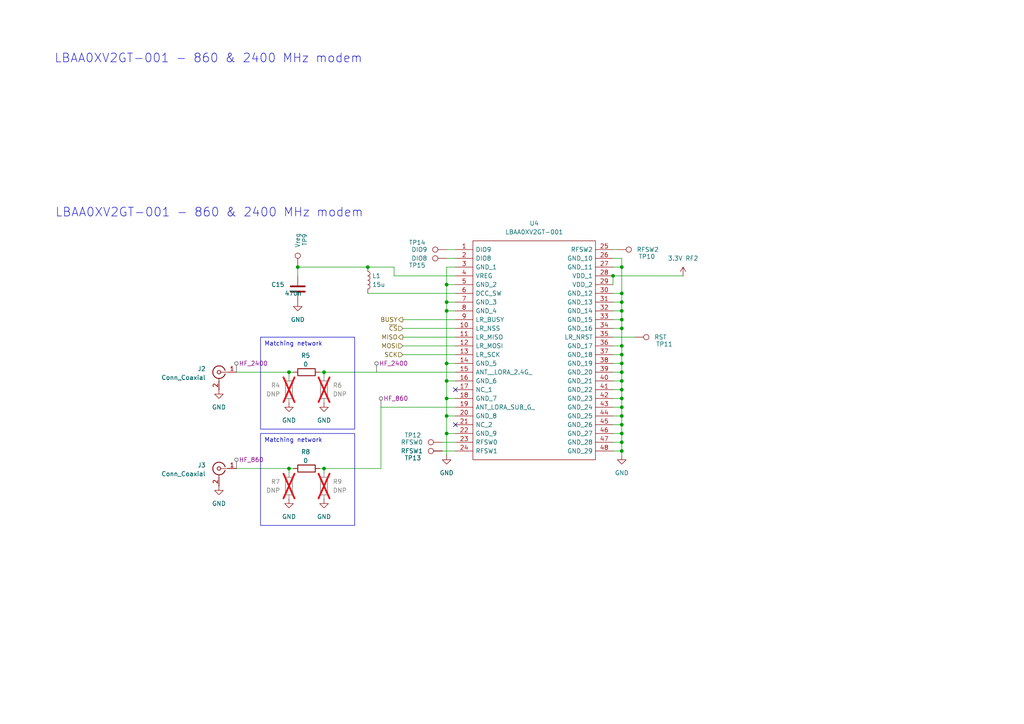
<source format=kicad_sch>
(kicad_sch (version 20250114) (generator "eeschema") (generator_version "9.0")
  (paper "A4")
  (title_block (title "3-band-LoRa testboard") (date "2025-30-03") (rev "1") (company "AAU-connectivity") (comment 1 "Malthe Sennels"))
  (lib_symbols
    (symbol "Connector:Conn_Coaxial" (pin_names (offset 1.016) (hide yes))
      (property "Reference" "J" (at 0.254 3.048 0))
      (property "Value" "Conn_Coaxial" (at 2.921 0 90))
      (symbol "Conn_Coaxial_0_1"
        (polyline (pts (xy -2.54 0) (xy -0.508 0)))
        (arc (start 1.778 0) (mid 0.222 -1.8079) (end -1.778 -0.508) (stroke (width 0.254)))
        (arc (start -1.778 0.508) (mid 0.2221 1.8084) (end 1.778 0) (stroke (width 0.254)))
        (circle (center 0 0) (radius 0.508) (stroke (width 0.2032)))
        (polyline (pts (xy 0 -2.54) (xy 0 -1.778)))
      )
      (symbol "Conn_Coaxial_1_1"
        (pin passive line (at -5.08 0 0) (length 2.54) (name "In") (number "1"))
        (pin passive line (at 0 -5.08 90) (length 2.54) (name "Ext") (number "2"))
      )
    )
    (symbol "Connector:TestPoint" (pin_numbers (hide yes)) (pin_names (offset 0.762) (hide yes))
      (property "Reference" "TP" (at 0 6.858 0))
      (property "Value" "TestPoint" (at 0 5.08 0))
      (symbol "TestPoint_0_1"
        (circle (center 0 3.302) (radius 0.762))
      )
      (symbol "TestPoint_1_1"
        (pin passive line (at 0 0 90) (length 2.54) (name "1") (number "1"))
      )
    )
    (symbol "Device:C" (pin_numbers (hide yes)) (pin_names (offset 0.254))
      (property "Reference" "C" (at 0.635 2.54 0))
      (property "Value" "C" (at 0.635 -2.54 0))
      (symbol "C_0_1"
        (polyline (pts (xy -2.032 0.762) (xy 2.032 0.762)) (stroke (width 0.508)))
        (polyline (pts (xy -2.032 -0.762) (xy 2.032 -0.762)) (stroke (width 0.508)))
      )
      (symbol "C_1_1"
        (pin passive line (at 0 3.81 270) (length 2.794) (name "~") (number "1"))
        (pin passive line (at 0 -3.81 90) (length 2.794) (name "~") (number "2"))
      )
    )
    (symbol "Device:L" (pin_numbers (hide yes)) (pin_names (offset 1.016) (hide yes))
      (property "Reference" "L" (at -1.27 0 90))
      (property "Value" "L" (at 1.905 0 90))
      (symbol "L_0_1"
        (arc (start 0 2.54) (mid 0.6323 1.905) (end 0 1.27))
        (arc (start 0 1.27) (mid 0.6323 0.635) (end 0 0))
        (arc (start 0 0) (mid 0.6323 -0.635) (end 0 -1.27))
        (arc (start 0 -1.27) (mid 0.6323 -1.905) (end 0 -2.54))
      )
      (symbol "L_1_1"
        (pin passive line (at 0 3.81 270) (length 1.27) (name "1") (number "1"))
        (pin passive line (at 0 -3.81 90) (length 1.27) (name "2") (number "2"))
      )
    )
    (symbol "Device:R" (pin_numbers (hide yes)) (pin_names (offset 0))
      (property "Reference" "R" (at 2.032 0 90))
      (property "Value" "R" (at 0 0 90))
      (symbol "R_0_1"
        (rectangle (start -1.016 -2.54) (end 1.016 2.54) (stroke (width 0.254)))
      )
      (symbol "R_1_1"
        (pin passive line (at 0 3.81 270) (length 1.27) (name "~") (number "1"))
        (pin passive line (at 0 -3.81 90) (length 1.27) (name "~") (number "2"))
      )
    )
    (symbol "LBAA0XV2GT-001:LBAA0XV2GT-001" (pin_names (offset 0.762))
      (property "Reference" "U" (at 41.91 7.62 0))
      (property "Value" "LBAA0XV2GT-001" (at 41.91 5.08 0))
      (symbol "LBAA0XV2GT-001_0_0"
        (pin passive line (at 0 0 0) (length 5.08) (name "DIO9") (number "1"))
        (pin passive line (at 0 -2.54 0) (length 5.08) (name "DIO8") (number "2"))
        (pin passive line (at 0 -5.08 0) (length 5.08) (name "GND_1") (number "3"))
        (pin passive line (at 0 -7.62 0) (length 5.08) (name "VREG") (number "4"))
        (pin passive line (at 0 -10.16 0) (length 5.08) (name "GND_2") (number "5"))
        (pin passive line (at 0 -12.7 0) (length 5.08) (name "DCC_SW") (number "6"))
        (pin passive line (at 0 -15.24 0) (length 5.08) (name "GND_3") (number "7"))
        (pin passive line (at 0 -17.78 0) (length 5.08) (name "GND_4") (number "8"))
        (pin passive line (at 0 -20.32 0) (length 5.08) (name "LR_BUSY") (number "9"))
        (pin passive line (at 0 -22.86 0) (length 5.08) (name "LR_NSS") (number "10"))
        (pin passive line (at 0 -25.4 0) (length 5.08) (name "LR_MISO") (number "11"))
        (pin passive line (at 0 -27.94 0) (length 5.08) (name "LR_MOSI") (number "12"))
        (pin passive line (at 0 -30.48 0) (length 5.08) (name "LR_SCK") (number "13"))
        (pin passive line (at 0 -33.02 0) (length 5.08) (name "GND_5") (number "14"))
        (pin passive line (at 0 -35.56 0) (length 5.08) (name "ANT__LORA_2.4G_") (number "15"))
        (pin passive line (at 0 -38.1 0) (length 5.08) (name "GND_6") (number "16"))
        (pin passive line (at 0 -40.64 0) (length 5.08) (name "NC_1") (number "17"))
        (pin passive line (at 0 -43.18 0) (length 5.08) (name "GND_7") (number "18"))
        (pin passive line (at 0 -45.72 0) (length 5.08) (name "ANT_LORA_SUB_G_") (number "19"))
        (pin passive line (at 0 -48.26 0) (length 5.08) (name "GND_8") (number "20"))
        (pin passive line (at 0 -50.8 0) (length 5.08) (name "NC_2") (number "21"))
        (pin passive line (at 0 -53.34 0) (length 5.08) (name "GND_9") (number "22"))
        (pin passive line (at 0 -55.88 0) (length 5.08) (name "RFSW0") (number "23"))
        (pin passive line (at 0 -58.42 0) (length 5.08) (name "RFSW1") (number "24"))
        (pin passive line (at 45.72 0 180) (length 5.08) (name "RFSW2") (number "25"))
        (pin passive line (at 45.72 -2.54 180) (length 5.08) (name "GND_10") (number "26"))
        (pin passive line (at 45.72 -5.08 180) (length 5.08) (name "GND_11") (number "27"))
        (pin passive line (at 45.72 -7.62 180) (length 5.08) (name "VDD_1") (number "28"))
        (pin passive line (at 45.72 -10.16 180) (length 5.08) (name "VDD_2") (number "29"))
        (pin passive line (at 45.72 -12.7 180) (length 5.08) (name "GND_12") (number "30"))
        (pin passive line (at 45.72 -15.24 180) (length 5.08) (name "GND_13") (number "31"))
        (pin passive line (at 45.72 -17.78 180) (length 5.08) (name "GND_14") (number "32"))
        (pin passive line (at 45.72 -20.32 180) (length 5.08) (name "GND_15") (number "33"))
        (pin passive line (at 45.72 -22.86 180) (length 5.08) (name "GND_16") (number "34"))
        (pin passive line (at 45.72 -25.4 180) (length 5.08) (name "LR_NRST") (number "35"))
        (pin passive line (at 45.72 -27.94 180) (length 5.08) (name "GND_17") (number "36"))
        (pin passive line (at 45.72 -30.48 180) (length 5.08) (name "GND_18") (number "37"))
        (pin passive line (at 45.72 -33.02 180) (length 5.08) (name "GND_19") (number "38"))
        (pin passive line (at 45.72 -35.56 180) (length 5.08) (name "GND_20") (number "39"))
        (pin passive line (at 45.72 -38.1 180) (length 5.08) (name "GND_21") (number "40"))
        (pin passive line (at 45.72 -40.64 180) (length 5.08) (name "GND_22") (number "41"))
        (pin passive line (at 45.72 -43.18 180) (length 5.08) (name "GND_23") (number "42"))
        (pin passive line (at 45.72 -45.72 180) (length 5.08) (name "GND_24") (number "43"))
        (pin passive line (at 45.72 -48.26 180) (length 5.08) (name "GND_25") (number "44"))
        (pin passive line (at 45.72 -50.8 180) (length 5.08) (name "GND_26") (number "45"))
        (pin passive line (at 45.72 -53.34 180) (length 5.08) (name "GND_27") (number "46"))
        (pin passive line (at 45.72 -55.88 180) (length 5.08) (name "GND_28") (number "47"))
        (pin passive line (at 45.72 -58.42 180) (length 5.08) (name "GND_29") (number "48"))
      )
      (symbol "LBAA0XV2GT-001_0_1"
        (polyline (pts (xy 5.08 2.54) (xy 40.64 2.54) (xy 40.64 -60.96) (xy 5.08 -60.96) (xy 5.08 2.54)) (stroke (width 0.1524)))
      )
    )
    (symbol "power:+3.3V" (power) (pin_numbers (hide yes)) (pin_names (offset 0) (hide yes))
      (property "Value" "+3.3V" (at 0 3.556 0))
      (symbol "+3.3V_0_1"
        (polyline (pts (xy -0.762 1.27) (xy 0 2.54)))
        (polyline (pts (xy 0 2.54) (xy 0.762 1.27)))
        (polyline (pts (xy 0 0) (xy 0 2.54)))
      )
      (symbol "+3.3V_1_1"
        (pin power_in line (at 0 0 90) (length 0) (name "~") (number "1"))
      )
    )
    (symbol "power:GND" (power) (pin_numbers (hide yes)) (pin_names (offset 0) (hide yes))
      (property "Value" "GND" (at 0 -3.81 0))
      (symbol "GND_0_1"
        (polyline (pts (xy 0 0) (xy 0 -1.27) (xy 1.27 -1.27) (xy 0 -2.54) (xy -1.27 -1.27) (xy 0 -1.27)))
      )
      (symbol "GND_1_1"
        (pin power_in line (at 0 0 270) (length 0) (name "~") (number "1"))
      )
    )
  )
  (rectangle (start 75.565 97.79) (end 102.87 124.46))
  (rectangle (start 75.565 125.73) (end 102.87 152.4))
  (text "LBAA0XV2GT-001 - 860 & 2400 MHz modem" (at 60.706 61.722 0) (effects (font (size 2.54 2.54))))
  (text "Matching network" (at 85.09 99.822 0) (effects (font (size 1.27 1.27))))
  (text "LBAA0XV2GT-001 - 860 & 2400 MHz modem" (at 60.452 17.018 0) (effects (font (size 2.54 2.54))))
  (text "Matching network" (at 85.09 127.762 0) (effects (font (size 1.27 1.27))))
  (junction (at 83.82 135.89))
  (junction (at 129.54 87.63))
  (junction (at 129.54 125.73))
  (junction (at 180.34 85.09))
  (junction (at 180.34 130.81))
  (junction (at 93.98 107.95))
  (junction (at 180.34 77.47))
  (junction (at 180.34 90.17))
  (junction (at 129.54 115.57))
  (junction (at 180.34 128.27))
  (junction (at 129.54 110.49))
  (junction (at 83.82 107.95))
  (junction (at 129.54 90.17))
  (junction (at 180.34 120.65))
  (junction (at 180.34 95.25))
  (junction (at 180.34 125.73))
  (junction (at 180.34 105.41))
  (junction (at 180.34 115.57))
  (junction (at 180.34 92.71))
  (junction (at 129.54 105.41))
  (junction (at 180.34 100.33))
  (junction (at 129.54 120.65))
  (junction (at 180.34 118.11))
  (junction (at 180.34 113.03))
  (junction (at 86.36 77.47))
  (junction (at 93.98 135.89))
  (junction (at 180.34 110.49))
  (junction (at 106.68 77.47))
  (junction (at 177.8 80.01))
  (junction (at 180.34 87.63))
  (junction (at 180.34 123.19))
  (junction (at 180.34 107.95))
  (junction (at 180.34 102.87))
  (junction (at 129.54 82.55))
  (no_connect (at 132.08 113.03))
  (no_connect (at 132.08 123.19))
  (wire (pts (xy 180.34 113.03) (xy 177.8 113.03)))
  (wire (pts (xy 180.34 74.93) (xy 180.34 77.47)))
  (wire (pts (xy 83.82 107.95) (xy 83.82 109.22)))
  (wire (pts (xy 129.54 125.73) (xy 129.54 120.65)))
  (wire (pts (xy 116.84 97.79) (xy 132.08 97.79)))
  (wire (pts (xy 180.34 125.73) (xy 180.34 128.27)))
  (wire (pts (xy 180.34 113.03) (xy 180.34 115.57)))
  (wire (pts (xy 180.34 107.95) (xy 180.34 110.49)))
  (wire (pts (xy 116.84 102.87) (xy 132.08 102.87)))
  (wire (pts (xy 180.34 87.63) (xy 177.8 87.63)))
  (wire (pts (xy 180.34 100.33) (xy 177.8 100.33)))
  (wire (pts (xy 93.98 107.95) (xy 93.98 109.22)))
  (wire (pts (xy 68.58 135.89) (xy 83.82 135.89)))
  (wire (pts (xy 129.54 115.57) (xy 132.08 115.57)))
  (wire (pts (xy 180.34 132.08) (xy 180.34 130.81)))
  (wire (pts (xy 180.34 92.71) (xy 177.8 92.71)))
  (wire (pts (xy 180.34 115.57) (xy 177.8 115.57)))
  (wire (pts (xy 180.34 110.49) (xy 177.8 110.49)))
  (wire (pts (xy 180.34 77.47) (xy 180.34 85.09)))
  (wire (pts (xy 83.82 135.89) (xy 85.09 135.89)))
  (wire (pts (xy 180.34 77.47) (xy 177.8 77.47)))
  (wire (pts (xy 180.34 123.19) (xy 180.34 125.73)))
  (wire (pts (xy 129.54 125.73) (xy 129.54 132.08)))
  (wire (pts (xy 116.84 92.71) (xy 132.08 92.71)))
  (wire (pts (xy 180.34 95.25) (xy 177.8 95.25)))
  (wire (pts (xy 129.54 72.39) (xy 132.08 72.39)))
  (wire (pts (xy 180.34 128.27) (xy 177.8 128.27)))
  (wire (pts (xy 180.34 128.27) (xy 180.34 130.81)))
  (wire (pts (xy 180.34 105.41) (xy 177.8 105.41)))
  (wire (pts (xy 129.54 77.47) (xy 129.54 82.55)))
  (wire (pts (xy 132.08 90.17) (xy 129.54 90.17)))
  (wire (pts (xy 180.34 87.63) (xy 180.34 90.17)))
  (wire (pts (xy 132.08 82.55) (xy 129.54 82.55)))
  (wire (pts (xy 180.34 90.17) (xy 180.34 92.71)))
  (wire (pts (xy 132.08 77.47) (xy 129.54 77.47)))
  (wire (pts (xy 129.54 82.55) (xy 129.54 87.63)))
  (wire (pts (xy 114.3 77.47) (xy 114.3 80.01)))
  (wire (pts (xy 177.8 97.79) (xy 184.15 97.79)))
  (wire (pts (xy 180.34 123.19) (xy 177.8 123.19)))
  (wire (pts (xy 180.34 120.65) (xy 180.34 123.19)))
  (wire (pts (xy 93.98 107.95) (xy 132.08 107.95)))
  (wire (pts (xy 86.36 77.47) (xy 106.68 77.47)))
  (wire (pts (xy 180.34 120.65) (xy 177.8 120.65)))
  (wire (pts (xy 180.34 115.57) (xy 180.34 118.11)))
  (wire (pts (xy 180.34 105.41) (xy 180.34 107.95)))
  (wire (pts (xy 180.34 95.25) (xy 180.34 100.33)))
  (wire (pts (xy 129.54 90.17) (xy 129.54 105.41)))
  (wire (pts (xy 180.34 92.71) (xy 180.34 95.25)))
  (wire (pts (xy 110.49 135.89) (xy 93.98 135.89)))
  (wire (pts (xy 86.36 80.01) (xy 86.36 77.47)))
  (wire (pts (xy 180.34 100.33) (xy 180.34 102.87)))
  (wire (pts (xy 180.34 118.11) (xy 180.34 120.65)))
  (wire (pts (xy 92.71 107.95) (xy 93.98 107.95)))
  (wire (pts (xy 180.34 130.81) (xy 177.8 130.81)))
  (wire (pts (xy 180.34 85.09) (xy 177.8 85.09)))
  (wire (pts (xy 180.34 90.17) (xy 177.8 90.17)))
  (wire (pts (xy 129.54 87.63) (xy 129.54 90.17)))
  (wire (pts (xy 180.34 110.49) (xy 180.34 113.03)))
  (wire (pts (xy 180.34 102.87) (xy 177.8 102.87)))
  (wire (pts (xy 116.84 100.33) (xy 132.08 100.33)))
  (wire (pts (xy 129.54 74.93) (xy 132.08 74.93)))
  (wire (pts (xy 106.68 78.74) (xy 106.68 77.47)))
  (wire (pts (xy 93.98 135.89) (xy 93.98 137.16)))
  (wire (pts (xy 129.54 110.49) (xy 129.54 115.57)))
  (wire (pts (xy 83.82 107.95) (xy 85.09 107.95)))
  (wire (pts (xy 129.54 105.41) (xy 129.54 110.49)))
  (wire (pts (xy 110.49 118.11) (xy 110.49 135.89)))
  (wire (pts (xy 110.49 118.11) (xy 132.08 118.11)))
  (wire (pts (xy 177.8 80.01) (xy 177.8 82.55)))
  (wire (pts (xy 116.84 95.25) (xy 132.08 95.25)))
  (wire (pts (xy 83.82 135.89) (xy 83.82 137.16)))
  (wire (pts (xy 128.27 130.81) (xy 132.08 130.81)))
  (wire (pts (xy 132.08 110.49) (xy 129.54 110.49)))
  (wire (pts (xy 92.71 135.89) (xy 93.98 135.89)))
  (wire (pts (xy 180.34 74.93) (xy 177.8 74.93)))
  (wire (pts (xy 180.34 107.95) (xy 177.8 107.95)))
  (wire (pts (xy 180.34 102.87) (xy 180.34 105.41)))
  (wire (pts (xy 177.8 80.01) (xy 198.12 80.01)))
  (wire (pts (xy 177.8 72.39) (xy 179.07 72.39)))
  (wire (pts (xy 180.34 125.73) (xy 177.8 125.73)))
  (wire (pts (xy 106.68 85.09) (xy 132.08 85.09)))
  (wire (pts (xy 129.54 120.65) (xy 132.08 120.65)))
  (wire (pts (xy 132.08 105.41) (xy 129.54 105.41)))
  (wire (pts (xy 180.34 85.09) (xy 180.34 87.63)))
  (wire (pts (xy 114.3 77.47) (xy 106.68 77.47)))
  (wire (pts (xy 128.27 128.27) (xy 132.08 128.27)))
  (wire (pts (xy 129.54 120.65) (xy 129.54 115.57)))
  (wire (pts (xy 129.54 125.73) (xy 132.08 125.73)))
  (wire (pts (xy 68.58 107.95) (xy 83.82 107.95)))
  (wire (pts (xy 180.34 118.11) (xy 177.8 118.11)))
  (wire (pts (xy 114.3 80.01) (xy 132.08 80.01)))
  (wire (pts (xy 132.08 87.63) (xy 129.54 87.63)))
  (hierarchical_label "BUSY" (shape output) (at 116.84 92.71 180))
  (hierarchical_label "MOSI" (shape input) (at 116.84 100.33 180))
  (hierarchical_label "~{CS}" (shape input) (at 116.84 95.25 180))
  (hierarchical_label "MISO" (shape output) (at 116.84 97.79 180))
  (hierarchical_label "SCK" (shape input) (at 116.84 102.87 180))
  (netclass_flag "" (length 2.54) (shape round) (at 110.49 118.11 0) (property "Netclass" "HF_860" (at 111.1885 115.57 0) (effects (justify left))))
  (netclass_flag "" (length 2.54) (shape round) (at 68.58 135.89 0) (property "Netclass" "HF_860" (at 69.2785 133.35 0) (effects (justify left))))
  (netclass_flag "" (length 2.54) (shape round) (at 109.22 107.95 0) (property "Netclass" "HF_2400" (at 109.9185 105.41 0) (effects (justify left))))
  (netclass_flag "" (length 2.54) (shape round) (at 68.58 107.95 0) (property "Netclass" "HF_2400" (at 69.2785 105.41 0) (effects (justify left))))
  (symbol (lib_id "Connector:TestPoint") (at 128.27 130.81 90) (mirror x) (unit 1)
    (property "Reference" "TP13" (at 122.174 132.842 90) (effects (justify left)))
    (property "Value" "RFSW1" (at 122.682 130.81 90) (effects (justify left)))
    (property "Footprint" "TestPoint:TestPoint_Pad_D1.5mm" (effects (hide yes)))
    (property "Description" "test point" (effects (hide yes)))
  )
  (symbol (lib_id "Device:R") (at 93.98 113.03 0) (unit 1) (dnp yes)
    (property "Reference" "R6" (at 96.52 111.7599 0) (effects (justify left)))
    (property "Value" "DNP" (at 96.52 114.2999 0) (effects (justify left)))
    (property "Footprint" "Resistor_SMD:R_0603_1608Metric_Pad0.98x0.95mm_HandSolder" (effects (hide yes)))
    (property "Description" "Resistor" (effects (hide yes)))
  )
  (symbol (lib_id "power:GND") (at 93.98 144.78 0) (unit 1)
    (property "Reference" "#PWR013" (effects (hide yes)))
    (property "Value" "GND" (at 93.98 149.86 0))
    (property "Description" "Power symbol creates a global label with name \"GND\" , ground" (effects (hide yes)))
  )
  (symbol (lib_id "Connector:TestPoint") (at 179.07 72.39 270) (unit 1)
    (property "Reference" "TP10" (at 185.166 74.422 90) (effects (justify left)))
    (property "Value" "RFSW2" (at 184.658 72.39 90) (effects (justify left)))
    (property "Footprint" "TestPoint:TestPoint_Pad_D1.5mm" (effects (hide yes)))
    (property "Description" "test point" (effects (hide yes)))
  )
  (symbol (lib_id "power:GND") (at 63.5 140.97 0) (mirror y) (unit 1)
    (property "Reference" "#PWR014" (effects (hide yes)))
    (property "Value" "GND" (at 63.5 146.05 0))
    (property "Description" "Power symbol creates a global label with name \"GND\" , ground" (effects (hide yes)))
  )
  (symbol (lib_id "Connector:Conn_Coaxial") (at 63.5 107.95 0) (mirror y) (unit 1)
    (property "Reference" "J2" (at 59.69 106.9731 0) (effects (justify left)))
    (property "Value" "Conn_Coaxial" (at 59.69 109.5131 0) (effects (justify left)))
    (property "Footprint" "Connector_Coaxial:SMA_Samtec_SMA-J-P-H-ST-EM1_EdgeMount" (effects (hide yes)))
    (property "Description" "coaxial connector (BNC, SMA, SMB, SMC, Cinch/RCA, LEMO, ...)" (effects (hide yes)))
  )
  (symbol (lib_id "Device:R") (at 83.82 113.03 0) (mirror y) (unit 1) (dnp yes)
    (property "Reference" "R4" (at 81.28 111.7599 0) (effects (justify left)))
    (property "Value" "DNP" (at 81.28 114.2999 0) (effects (justify left)))
    (property "Footprint" "Resistor_SMD:R_0603_1608Metric_Pad0.98x0.95mm_HandSolder" (effects (hide yes)))
    (property "Description" "Resistor" (effects (hide yes)))
  )
  (symbol (lib_id "Device:R") (at 88.9 107.95 90) (unit 1)
    (property "Reference" "R5" (at 88.646 103.124 90))
    (property "Value" "0" (at 88.646 105.664 90))
    (property "Footprint" "Resistor_SMD:R_0603_1608Metric_Pad0.98x0.95mm_HandSolder" (effects (hide yes)))
    (property "Description" "Resistor" (effects (hide yes)))
  )
  (symbol (lib_id "Device:R") (at 93.98 140.97 0) (unit 1) (dnp yes)
    (property "Reference" "R9" (at 96.52 139.6999 0) (effects (justify left)))
    (property "Value" "DNP" (at 96.52 142.2399 0) (effects (justify left)))
    (property "Footprint" "Resistor_SMD:R_0603_1608Metric_Pad0.98x0.95mm_HandSolder" (effects (hide yes)))
    (property "Description" "Resistor" (effects (hide yes)))
  )
  (symbol (lib_id "Device:L") (at 106.68 81.28 0) (unit 1)
    (property "Reference" "L1" (at 107.95 80.0099 0) (effects (justify left)))
    (property "Value" "15u" (at 107.95 82.5499 0) (effects (justify left)))
    (property "Footprint" "ASPI-4030S" (effects (hide yes)))
    (property "Description" "Inductor" (effects (hide yes)))
  )
  (symbol (lib_id "Device:R") (at 83.82 140.97 0) (mirror y) (unit 1) (dnp yes)
    (property "Reference" "R7" (at 81.28 139.6999 0) (effects (justify left)))
    (property "Value" "DNP" (at 81.28 142.2399 0) (effects (justify left)))
    (property "Footprint" "Resistor_SMD:R_0603_1608Metric_Pad0.98x0.95mm_HandSolder" (effects (hide yes)))
    (property "Description" "Resistor" (effects (hide yes)))
  )
  (symbol (lib_id "Connector:TestPoint") (at 129.54 72.39 90) (unit 1)
    (property "Reference" "TP14" (at 123.444 70.358 90) (effects (justify left)))
    (property "Value" "DIO9" (at 123.952 72.39 90) (effects (justify left)))
    (property "Footprint" "TestPoint:TestPoint_Pad_D1.5mm" (effects (hide yes)))
    (property "Description" "test point" (effects (hide yes)))
  )
  (symbol (lib_id "Connector:Conn_Coaxial") (at 63.5 135.89 0) (mirror y) (unit 1)
    (property "Reference" "J3" (at 59.69 134.9131 0) (effects (justify left)))
    (property "Value" "Conn_Coaxial" (at 59.69 137.4531 0) (effects (justify left)))
    (property "Footprint" "Connector_Coaxial:SMA_Samtec_SMA-J-P-H-ST-EM1_EdgeMount" (effects (hide yes)))
    (property "Description" "coaxial connector (BNC, SMA, SMB, SMC, Cinch/RCA, LEMO, ...)" (effects (hide yes)))
  )
  (symbol (lib_id "Connector:TestPoint") (at 129.54 74.93 90) (mirror x) (unit 1)
    (property "Reference" "TP15" (at 123.444 76.962 90) (effects (justify left)))
    (property "Value" "DIO8" (at 123.952 74.93 90) (effects (justify left)))
    (property "Footprint" "TestPoint:TestPoint_Pad_D1.5mm" (effects (hide yes)))
    (property "Description" "test point" (effects (hide yes)))
  )
  (symbol (lib_id "power:GND") (at 83.82 116.84 0) (mirror y) (unit 1)
    (property "Reference" "#PWR010" (effects (hide yes)))
    (property "Value" "GND" (at 83.82 121.92 0))
    (property "Description" "Power symbol creates a global label with name \"GND\" , ground" (effects (hide yes)))
  )
  (symbol (lib_id "Connector:TestPoint") (at 86.36 77.47 0) (unit 1)
    (property "Reference" "TP9" (at 88.392 71.374 90) (effects (justify left)))
    (property "Value" "Vreg" (at 86.36 71.882 90) (effects (justify left)))
    (property "Footprint" "TestPoint:TestPoint_Pad_D1.5mm" (effects (hide yes)))
    (property "Description" "test point" (effects (hide yes)))
  )
  (symbol (lib_id "power:GND") (at 129.54 132.08 0) (unit 1)
    (property "Reference" "#PWR09" (effects (hide yes)))
    (property "Value" "GND" (at 129.54 137.16 0))
    (property "Description" "Power symbol creates a global label with name \"GND\" , ground" (effects (hide yes)))
  )
  (symbol (lib_id "Connector:TestPoint") (at 184.15 97.79 270) (unit 1)
    (property "Reference" "TP11" (at 190.246 99.822 90) (effects (justify left)))
    (property "Value" "RST" (at 189.738 97.79 90) (effects (justify left)))
    (property "Footprint" "TestPoint:TestPoint_Pad_D1.5mm" (effects (hide yes)))
    (property "Description" "test point" (effects (hide yes)))
  )
  (symbol (lib_id "power:GND") (at 86.36 87.63 0) (mirror y) (unit 1)
    (property "Reference" "#PWR048" (effects (hide yes)))
    (property "Value" "GND" (at 86.36 92.71 0))
    (property "Description" "Power symbol creates a global label with name \"GND\" , ground" (effects (hide yes)))
  )
  (symbol (lib_id "Connector:TestPoint") (at 128.27 128.27 90) (unit 1)
    (property "Reference" "TP12" (at 122.174 126.238 90) (effects (justify left)))
    (property "Value" "RFSW0" (at 122.682 128.27 90) (effects (justify left)))
    (property "Footprint" "TestPoint:TestPoint_Pad_D1.5mm" (effects (hide yes)))
    (property "Description" "test point" (effects (hide yes)))
  )
  (symbol (lib_id "power:+3.3V") (at 198.12 80.01 0) (unit 1)
    (property "Reference" "#PWR019" (effects (hide yes)))
    (property "Value" "3.3V RF2" (at 198.12 74.93 0))
    (property "Description" "Power symbol creates a global label with name \"+3.3V\"" (effects (hide yes)))
  )
  (symbol (lib_id "power:GND") (at 83.82 144.78 0) (mirror y) (unit 1)
    (property "Reference" "#PWR012" (effects (hide yes)))
    (property "Value" "GND" (at 83.82 149.86 0))
    (property "Description" "Power symbol creates a global label with name \"GND\" , ground" (effects (hide yes)))
  )
  (symbol (lib_id "power:GND") (at 180.34 132.08 0) (unit 1)
    (property "Reference" "#PWR08" (effects (hide yes)))
    (property "Value" "GND" (at 180.34 137.16 0))
    (property "Description" "Power symbol creates a global label with name \"GND\" , ground" (effects (hide yes)))
  )
  (symbol (lib_id "Device:C") (at 86.36 83.82 0) (mirror x) (unit 1)
    (property "Reference" "C15" (at 82.55 82.5499 0) (effects (justify right)))
    (property "Value" "470n" (at 82.55 85.0899 0) (effects (justify left)))
    (property "Footprint" "Capacitor_SMD:C_0805_2012Metric_Pad1.18x1.45mm_HandSolder" (effects (hide yes)))
    (property "Description" "Unpolarized capacitor" (effects (hide yes)))
  )
  (symbol (lib_id "Device:R") (at 88.9 135.89 90) (unit 1)
    (property "Reference" "R8" (at 88.646 131.064 90))
    (property "Value" "0" (at 88.646 133.604 90))
    (property "Footprint" "Resistor_SMD:R_0603_1608Metric_Pad0.98x0.95mm_HandSolder" (effects (hide yes)))
    (property "Description" "Resistor" (effects (hide yes)))
  )
  (symbol (lib_id "LBAA0XV2GT-001:LBAA0XV2GT-001") (at 132.08 72.39 0) (unit 1)
    (property "Reference" "U4" (at 154.94 64.77 0))
    (property "Value" "LBAA0XV2GT-001" (at 154.94 67.31 0))
    (property "Footprint" "LBAA0XV2GT-001:LBAA0XV2GT001" (effects (hide yes)))
    (property "Datasheet" "https://www.murata.com/-/media/webrenewal/products/connectivitymodule/lpwa/overview/lineup/pdf/type2gt.ashx?la=en-sg&cvid=20240605010000000000" (effects (hide yes)))
    (property "Description" "General ISM < 1GHz LoRa Transceiver Module 860MHz ~ 930MHz, 860MHz ~ 2.1GHz, 860MHz ~ 2.4GHz Antenna Not Included Surface Mount" (effects (hide yes)))
    (property "Description_1" "General ISM < 1GHz LoRa Transceiver Module 860MHz ~{} 930MHz, 860MHz ~{} 2.1GHz, 860MHz ~{} 2.4GHz Antenna Not Included Surface Mount" (effects (hide yes)))
    (property "Height" "1.74" (effects (hide yes)))
    (property "Manufacturer_Name" "Murata Electronics" (effects (hide yes)))
    (property "Manufacturer_Part_Number" "LBAA0XV2GT-001" (effects (hide yes)))
  )
  (symbol (lib_id "power:GND") (at 63.5 113.03 0) (mirror y) (unit 1)
    (property "Reference" "#PWR015" (effects (hide yes)))
    (property "Value" "GND" (at 63.5 118.11 0))
    (property "Description" "Power symbol creates a global label with name \"GND\" , ground" (effects (hide yes)))
  )
  (symbol (lib_id "power:GND") (at 93.98 116.84 0) (unit 1)
    (property "Reference" "#PWR011" (effects (hide yes)))
    (property "Value" "GND" (at 93.98 121.92 0))
    (property "Description" "Power symbol creates a global label with name \"GND\" , ground" (effects (hide yes)))
  )
)
</source>
